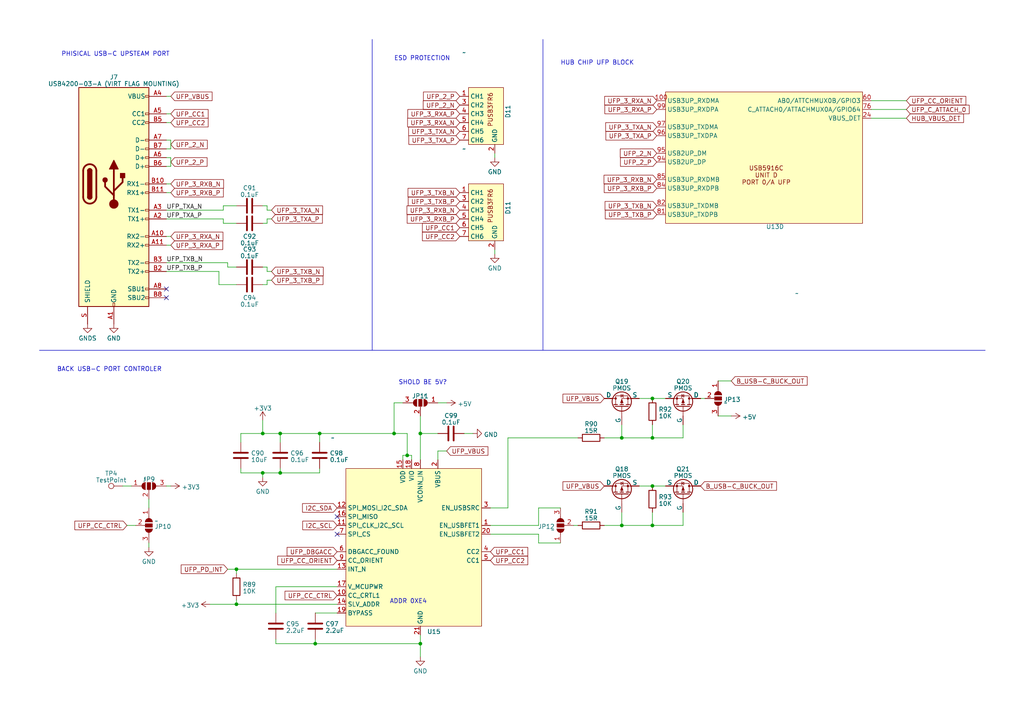
<source format=kicad_sch>
(kicad_sch (version 20230121) (generator eeschema)
  (paper "A4")
  (title_block (title "200W USB PD 3.1 HUB") (date "2023-10-03") (rev "A") (company "MICK MAKE") (comment 1 "THIS IS A 2X 100W USB PD SOURCE ") (comment 2 "HUB USB SPEC 3.1") (comment 3 "TOTAL SYSTEM POWER IS ~275w"))
  (lib_symbols
    (symbol "CARTHING:PTN5100"
      (property "Reference" "U" (at -20.32 24.13 0))
      (symbol "PTN5100_1_1"
        (rectangle (start -21.59 22.86) (end 17.78 -22.86) (fill (type background)))
        (pin output line (at 20.32 6.35 180) (length 2.54) (name "EN_USBFET1") (number "1"))
        (pin input line (at -24.13 -13.97 0) (length 2.54) (name "CC_CRTL1") (number "10"))
        (pin input line (at -24.13 6.35 0) (length 2.54) (name "SPI_CLK_I2C_SCL") (number "11"))
        (pin bidirectional line (at -24.13 11.43 0) (length 2.54) (name "SPI_MOSI_I2C_SDA") (number "12"))
        (pin output line (at -24.13 -6.35 0) (length 2.54) (name "INT_N") (number "13"))
        (pin input line (at -24.13 -16.51 0) (length 2.54) (name "SLV_ADDR") (number "14"))
        (pin power_in line (at -5.08 25.4 270) (length 2.54) (name "VDD") (number "15"))
        (pin output line (at -24.13 8.89 0) (length 2.54) (name "SPI_MISO") (number "16"))
        (pin output line (at -24.13 -11.43 0) (length 2.54) (name "V_MCUPWR") (number "17"))
        (pin power_in line (at -2.54 25.4 270) (length 2.54) (name "VIO") (number "18"))
        (pin unspecified line (at -24.13 -19.05 0) (length 2.54) (name "BYPASS") (number "19"))
        (pin power_in line (at 5.08 25.4 270) (length 2.54) (name "VBUS") (number "2"))
        (pin output line (at 20.32 3.81 180) (length 2.54) (name "EN_USBFET2") (number "20"))
        (pin power_in line (at 0 -25.4 90) (length 2.54) (name "GND") (number "21"))
        (pin output line (at 20.32 11.43 180) (length 2.54) (name "EN_USBSRC") (number "3"))
        (pin bidirectional line (at 20.32 -1.27 180) (length 2.54) (name "CC2") (number "4"))
        (pin bidirectional line (at 20.32 -3.81 180) (length 2.54) (name "CC1") (number "5"))
        (pin output line (at -24.13 -1.27 0) (length 2.54) (name "DBGACC_FOUND") (number "6"))
        (pin input line (at -24.13 3.81 0) (length 2.54) (name "SPI_CS") (number "7"))
        (pin input line (at 0 25.4 270) (length 2.54) (name "VCONN_IN") (number "8"))
        (pin output line (at -24.13 -3.81 0) (length 2.54) (name "CC_ORIENT") (number "9"))
      )
    )
    (symbol "CARTHING:PUSB3FR6"
      (property "Reference" "D" (at -1.27 8.89 0))
      (symbol "PUSB3FR6_1_1"
        (rectangle (start -5.08 7.62) (end 5.08 -8.89) (fill (type background)))
        (text "PUSB3FR6" (at 1.27 1.27 900) (effects (font (size 1.27 1.27))))
        (pin passive line (at -7.62 5.08 0) (length 2.54) (name "CH1") (number "1"))
        (pin power_in line (at 2.54 -11.43 90) (length 2.54) (name "GND") (number "2"))
        (pin passive line (at -7.62 2.54 0) (length 2.54) (name "CH2") (number "3"))
        (pin passive line (at -7.62 0 0) (length 2.54) (name "CH3") (number "4"))
        (pin passive line (at -7.62 -2.54 0) (length 2.54) (name "CH4") (number "5"))
        (pin passive line (at -7.62 -5.08 0) (length 2.54) (name "CH5") (number "6"))
        (pin passive line (at -7.62 -7.62 0) (length 2.54) (name "CH6") (number "7"))
      )
    )
    (symbol "CARTHING:USB5916C"
      (property "Reference" "U13" (at -1.27 12.3919 0))
      (property "Value" "~" (at -7.62 31.75 0))
      (symbol "USB5916C_1_1"
        (rectangle (start -16.51 11.43) (end 13.97 -20.32) (fill (type background)))
        (text "USB5916C\nUNIT A\nPOWER INPUT\n" (at -1.27 1.27 0) (effects (font (size 1.27 1.27))))
        (pin power_in line (at 16.51 8.89 180) (length 2.54) (name "VDD12") (number "10"))
        (pin power_in line (at -1.27 -22.86 90) (length 2.54) (name "VSS/GND") (number "101"))
        (pin power_in line (at 16.51 6.35 180) (length 2.54) (name "VDD12") (number "17"))
        (pin power_in line (at -19.05 8.89 0) (length 2.54) (name "VDD33") (number "2"))
        (pin power_in line (at 16.51 3.81 180) (length 2.54) (name "VDD12") (number "26"))
        (pin power_in line (at -19.05 3.81 0) (length 2.54) (name "VDD33") (number "27"))
        (pin power_in line (at 16.51 1.27 180) (length 2.54) (name "VDD12") (number "32"))
        (pin power_in line (at 16.51 -1.27 180) (length 2.54) (name "VDD12") (number "39"))
        (pin power_in line (at -19.05 1.27 0) (length 2.54) (name "VDD33") (number "42"))
        (pin power_in line (at 16.51 -3.81 180) (length 2.54) (name "VDD12") (number "47"))
        (pin power_in line (at -19.05 6.35 0) (length 2.54) (name "VDD33") (number "5"))
        (pin power_in line (at -19.05 -1.27 0) (length 2.54) (name "VDD33") (number "54"))
        (pin power_in line (at 16.51 -6.35 180) (length 2.54) (name "VDD12") (number "59"))
        (pin power_in line (at -19.05 -3.81 0) (length 2.54) (name "VDD33") (number "64"))
        (pin power_in line (at -19.05 -6.35 0) (length 2.54) (name "VDD33") (number "72"))
        (pin power_in line (at 16.51 -8.89 180) (length 2.54) (name "VDD12") (number "78"))
        (pin power_in line (at 16.51 -11.43 180) (length 2.54) (name "VDD12") (number "83"))
        (pin power_in line (at 16.51 -13.97 180) (length 2.54) (name "VDD12") (number "90"))
        (pin power_in line (at -19.05 -8.89 0) (length 2.54) (name "VDD33") (number "93"))
        (pin power_in line (at 16.51 -16.51 180) (length 2.54) (name "VDD12") (number "98"))
      )
      (symbol "USB5916C_2_1"
        (rectangle (start -26.67 11.43) (end 27.94 -13.97) (fill (type background)))
        (text "USB5916C\nUNIT B\nCONFIG & SUPPORT\n" (at -5.08 -1.27 0) (effects (font (size 1.27 1.27))))
        (pin input line (at -29.21 -8.89 0) (length 2.54) (name "RBAIS") (number "1"))
        (pin input line (at 30.48 -11.43 180) (length 2.54) (name "CFG_STRAP/GPIO12") (number "20"))
        (pin input line (at -29.21 -1.27 0) (length 2.54) (name "TESTEN") (number "23"))
        (pin input line (at -29.21 -3.81 0) (length 2.54) (name "RESET_N") (number "25"))
        (pin input line (at -29.21 8.89 0) (length 2.54) (name "XTALI/CLKIN") (number "3"))
        (pin input line (at -29.21 3.81 0) (length 2.54) (name "XTALO") (number "4"))
        (pin input line (at 30.48 8.89 180) (length 2.54) (name "HOST_TYPE0/GPIO23") (number "53"))
        (pin input line (at 30.48 6.35 180) (length 2.54) (name "HOST_TYPE1/GPIO67") (number "55"))
        (pin unspecified line (at 30.48 -1.27 180) (length 2.54) (name "CC_POL/GPIO71") (number "61"))
        (pin input line (at 30.48 1.27 180) (length 2.54) (name "ALT_MUX_EN/GPIO70") (number "63"))
        (pin input line (at 30.48 -6.35 180) (length 2.54) (name "SUSP_IND/GPIO68") (number "77"))
      )
      (symbol "USB5916C_3_1"
        (rectangle (start -34.29 11.43) (end 27.94 -6.35) (fill (type background)))
        (text "USB5916C\nUNIT C\nCOMMS & GPIO\n" (at 0 0 0) (effects (font (size 1.27 1.27))))
        (pin input line (at 30.48 7.62 180) (length 2.54) (name "SMBDATA/GPIO6/SDA") (number "47"))
        (pin input line (at -36.83 0 0) (length 2.54) (name "SPI_CLK/GPIO4") (number "65"))
        (pin input line (at -36.83 2.54 0) (length 2.54) (name "SPI_DO/GPIO5") (number "66"))
        (pin input line (at -36.83 5.08 0) (length 2.54) (name "SPI_DI/GPIO9/CFG_BC_EN") (number "67"))
        (pin input line (at -36.83 7.62 0) (length 2.54) (name "SPI_CE_N/GPIO7/CFG_NON_REM") (number "68"))
        (pin bidirectional line (at 30.48 0 180) (length 2.54) (name "GPIO69") (number "69"))
        (pin bidirectional line (at 30.48 -2.54 180) (length 2.54) (name "GPIO66") (number "71"))
        (pin input line (at 30.48 5.08 180) (length 2.54) (name "SMBCLK/GPIO8/SCL") (number "75"))
      )
      (symbol "USB5916C_4_1"
        (rectangle (start -26.67 11.43) (end 30.48 -26.67) (fill (type background)))
        (text "USB5916C\nUNIT D\nPORT 0/A UFP\n" (at 1.27 -2.54 0) (effects (font (size 1.27 1.27))))
        (pin unspecified line (at 33.02 -24.13 180) (length 2.54) (name "USB3UP_RXDMA") (number "100"))
        (pin input line (at -29.21 -19.05 0) (length 2.54) (name "VBUS_DET") (number "24"))
        (pin unspecified line (at -29.21 -24.13 0) (length 2.54) (name "AB0/ATTCHMUX0B/GPIO3") (number "60"))
        (pin input line (at -29.21 -21.59 0) (length 2.54) (name "C_ATTACH0/ATTACHMUX0A/GPIO64") (number "76"))
        (pin unspecified line (at 33.02 8.89 180) (length 2.54) (name "USB3UP_TXDPB") (number "81"))
        (pin unspecified line (at 33.02 6.35 180) (length 2.54) (name "USB3UP_TXDMB") (number "82"))
        (pin unspecified line (at 33.02 1.27 180) (length 2.54) (name "USB3UP_RXDPB") (number "84"))
        (pin unspecified line (at 33.02 -1.27 180) (length 2.54) (name "USB3UP_RXDMB") (number "85"))
        (pin unspecified line (at 33.02 -6.35 180) (length 2.54) (name "USB2UP_DP") (number "94"))
        (pin unspecified line (at 33.02 -8.89 180) (length 2.54) (name "USB2UP_DM") (number "95"))
        (pin unspecified line (at 33.02 -13.97 180) (length 2.54) (name "USB3UP_TXDPA") (number "96"))
        (pin unspecified line (at 33.02 -16.51 180) (length 2.54) (name "USB3UP_TXDMA") (number "97"))
        (pin unspecified line (at 33.02 -21.59 180) (length 2.54) (name "USB3UP_RXDPA") (number "99"))
      )
      (symbol "USB5916C_5_1"
        (rectangle (start -25.4 11.43) (end 31.75 -26.67) (fill (type background)))
        (text "USB5916C\nUNIT E\nPORT 1 DFP\n" (at 0 0 0) (effects (font (size 1.27 1.27))))
        (pin unspecified line (at 34.29 1.27 180) (length 2.54) (name "USB3DN_RXDP1A") (number "11"))
        (pin unspecified line (at 34.29 -1.27 180) (length 2.54) (name "USB3DN_RXDM1A") (number "12"))
        (pin unspecified line (at 34.29 -13.97 180) (length 2.54) (name "USB3DN_TXDP1B") (number "15"))
        (pin unspecified line (at 34.29 -16.51 180) (length 2.54) (name "USB3DN_TXDM1B") (number "16"))
        (pin unspecified line (at 34.29 -21.59 180) (length 2.54) (name "USB3DN_RXDP1B") (number "18"))
        (pin unspecified line (at 34.29 -24.13 180) (length 2.54) (name "USB3DN_RXDM1B") (number "19"))
        (pin unspecified line (at -27.94 -24.13 0) (length 2.54) (name "AB1/ATTACHMUX1B/GPIO65") (number "50"))
        (pin unspecified line (at 34.29 -6.35 180) (length 2.54) (name "USB2DN_DP1/PRT_DIS_P1") (number "6"))
        (pin unspecified line (at 34.29 -8.89 180) (length 2.54) (name "USB2DN_DM1/PRT_DIS_M1") (number "7"))
        (pin unspecified line (at -27.94 -19.05 0) (length 2.54) (name "PRT_CTL1/GPIO17") (number "70"))
        (pin input line (at -27.94 -21.59 0) (length 2.54) (name "C_ATTACH1/ATTACHMUX1A/GPIO1") (number "73"))
        (pin unspecified line (at 34.29 8.89 180) (length 2.54) (name "USB3DN_TXDP1A") (number "8"))
        (pin unspecified line (at 34.29 6.35 180) (length 2.54) (name "USB3DN_TXDM1A") (number "9"))
      )
      (symbol "USB5916C_6_1"
        (rectangle (start -17.78 11.43) (end 19.05 -11.43) (fill (type background)))
        (text "USB5916C\nUNIT F\nPORT 2 DFP\n" (at -10.16 0 0) (effects (font (size 1.27 1.27))))
        (pin unspecified line (at 21.59 8.89 180) (length 2.54) (name "USB2DN_DP2/PRT_DIS_P2") (number "28"))
        (pin unspecified line (at 21.59 6.35 180) (length 2.54) (name "USB2DN_DM2/PRT_DIS_M2") (number "29"))
        (pin unspecified line (at 21.59 1.27 180) (length 2.54) (name "USB3DN_TXDP2") (number "30"))
        (pin unspecified line (at 21.59 -1.27 180) (length 2.54) (name "USB3DN_TXDM2") (number "31"))
        (pin unspecified line (at 21.59 -6.35 180) (length 2.54) (name "USB3DN_RXDP2") (number "33"))
        (pin unspecified line (at 21.59 -8.89 180) (length 2.54) (name "USB3DN_RXDM2") (number "34"))
        (pin unspecified line (at -20.32 -8.89 0) (length 2.54) (name "PRT_CTL2/GPIO19") (number "58"))
      )
      (symbol "USB5916C_7_1"
        (rectangle (start -22.86 11.43) (end 24.13 -11.43) (fill (type background)))
        (text "USB5916C\nUNIT G\nPORT 3 DFP\n" (at -5.08 0 0) (effects (font (size 1.27 1.27))))
        (pin unspecified line (at 26.67 8.89 180) (length 2.54) (name "USB2DN_DP3/PRT_DIS_P3") (number "35"))
        (pin unspecified line (at 26.67 6.35 180) (length 2.54) (name "USB2DN_DM3/PRT_DIS_M3") (number "36"))
        (pin unspecified line (at 26.67 1.27 180) (length 2.54) (name "USB3DN_TXDP3") (number "37"))
        (pin unspecified line (at 26.67 -1.27 180) (length 2.54) (name "USB3DN_TXDM3") (number "38"))
        (pin unspecified line (at 26.67 -6.35 180) (length 2.54) (name "USB3DN_RXDP3") (number "40"))
        (pin unspecified line (at 26.67 -8.89 180) (length 2.54) (name "USB3DN_RXDM3") (number "41"))
        (pin unspecified line (at -25.4 -8.89 0) (length 2.54) (name "PRT_CTL3/GANG_PWR/GPIO20") (number "57"))
      )
      (symbol "USB5916C_8_1"
        (rectangle (start -17.78 11.43) (end 19.05 -11.43) (fill (type background)))
        (text "USB5916C\nUNIT H\nPORT 4 DFP\n" (at -10.16 0 0) (effects (font (size 1.27 1.27))))
        (pin unspecified line (at 21.59 8.89 180) (length 2.54) (name "USB2DN_DP4/PRT_DIS_P4") (number "43"))
        (pin unspecified line (at 21.59 6.35 180) (length 2.54) (name "USB2DN_DM4/PRT_DIS_M4") (number "44"))
        (pin unspecified line (at 21.59 1.27 180) (length 2.54) (name "USB3DN_TXDP4") (number "45"))
        (pin unspecified line (at 21.59 -1.27 180) (length 2.54) (name "USB3DN_TXDM4") (number "46"))
        (pin unspecified line (at 21.59 -6.35 180) (length 2.54) (name "USB3DN_RXDP4") (number "48"))
        (pin unspecified line (at 21.59 -8.89 180) (length 2.54) (name "USB3DN_RXDM4") (number "49"))
        (pin unspecified line (at -20.32 -8.89 0) (length 2.54) (name "PRT_CTL4/GPIO21") (number "52"))
      )
      (symbol "USB5916C_9_1"
        (rectangle (start -17.78 11.43) (end 19.05 -11.43) (fill (type background)))
        (text "USB5916C\nUNIT I\nPORT 5 DFP\n" (at -10.16 0 0) (effects (font (size 1.27 1.27))))
        (pin unspecified line (at -20.32 -8.89 0) (length 2.54) (name "PRT_CTL5/GPIO22") (number "51"))
        (pin unspecified line (at 21.59 8.89 180) (length 2.54) (name "USB2DN_D5/PRT_DIS_P5") (number "86"))
        (pin unspecified line (at 21.59 6.35 180) (length 2.54) (name "USB2DN_DM5/PRT_DIS_M5") (number "87"))
        (pin unspecified line (at 21.59 1.27 180) (length 2.54) (name "USB3DN_TXDP5") (number "88"))
        (pin unspecified line (at 21.59 -1.27 180) (length 2.54) (name "USB3DN_TXDM5") (number "89"))
        (pin unspecified line (at 21.59 -6.35 180) (length 2.54) (name "USB3DN_RXDP5") (number "91"))
        (pin unspecified line (at 21.59 -8.89 180) (length 2.54) (name "USB3DN_RXDM5") (number "92"))
      )
      (symbol "USB5916C_10_1"
        (rectangle (start -20.32 11.43) (end 21.59 -1.27) (fill (type background)))
        (text "USB5916C\nUNIT J\nPORT 6 DFP\nUSB2 ONLY\n" (at -12.7 6.35 0) (effects (font (size 1.27 1.27))))
        (pin unspecified line (at 24.13 6.35 180) (length 2.54) (name "USB2DN_DP6/PRT_DIS_P6") (number "13"))
        (pin unspecified line (at 24.13 8.89 180) (length 2.54) (name "USB2DN_DM6/PRT_DIS_M6") (number "14"))
        (pin unspecified line (at 24.13 1.27 180) (length 2.54) (name "PRT_CTL6/GPIO18") (number "62"))
      )
    )
    (symbol "Connector:TestPoint" (pin_numbers hide) (pin_names (offset 0.762) hide)
      (property "Reference" "TP" (at 0 6.858 0))
      (property "Value" "TestPoint" (at 0 5.08 0))
      (symbol "TestPoint_0_1"
        (circle (center 0 3.302) (radius 0.762))
      )
      (symbol "TestPoint_1_1"
        (pin passive line (at 0 0 90) (length 2.54) (name "1") (number "1"))
      )
    )
    (symbol "Connector:USB_C_Receptacle" (pin_names (offset 1.016))
      (property "Reference" "J7" (at 0 30.9499 0))
      (property "Value" "USB4200-03-A (VIRT FLAG MOUNTING)" (at 0 29.0289 0))
      (symbol "USB_C_Receptacle_0_0"
        (rectangle (start -0.254 -35.56) (end 0.254 -34.544))
        (rectangle (start 10.16 -32.766) (end 9.144 -33.274))
        (rectangle (start 10.16 -30.226) (end 9.144 -30.734))
        (rectangle (start 10.16 -25.146) (end 9.144 -25.654))
        (rectangle (start 10.16 -22.606) (end 9.144 -23.114))
        (rectangle (start 10.16 -17.526) (end 9.144 -18.034))
        (rectangle (start 10.16 -14.986) (end 9.144 -15.494))
        (rectangle (start 10.16 -9.906) (end 9.144 -10.414))
        (rectangle (start 10.16 -7.366) (end 9.144 -7.874))
        (rectangle (start 10.16 -2.286) (end 9.144 -2.794))
        (rectangle (start 10.16 0.254) (end 9.144 -0.254))
        (rectangle (start 10.16 5.334) (end 9.144 4.826))
        (rectangle (start 10.16 7.874) (end 9.144 7.366))
        (rectangle (start 10.16 10.414) (end 9.144 9.906))
        (rectangle (start 10.16 12.954) (end 9.144 12.446))
        (rectangle (start 10.16 18.034) (end 9.144 17.526))
        (rectangle (start 10.16 20.574) (end 9.144 20.066))
        (rectangle (start 10.16 25.654) (end 9.144 25.146))
      )
      (symbol "USB_C_Receptacle_0_1"
        (rectangle (start -10.16 27.94) (end 10.16 -35.56) (stroke (width 0.254)) (fill (type background)))
        (arc (start -8.89 -3.81) (mid -6.985 -5.7067) (end -5.08 -3.81) (stroke (width 0.508)))
        (arc (start -7.62 -3.81) (mid -6.985 -4.4423) (end -6.35 -3.81) (stroke (width 0.254)))
        (arc (start -7.62 -3.81) (mid -6.985 -4.4423) (end -6.35 -3.81) (stroke (width 0.254)) (fill (type outline)))
        (rectangle (start -7.62 -3.81) (end -6.35 3.81) (stroke (width 0.254)) (fill (type outline)))
        (arc (start -6.35 3.81) (mid -6.985 4.4423) (end -7.62 3.81) (stroke (width 0.254)))
        (arc (start -6.35 3.81) (mid -6.985 4.4423) (end -7.62 3.81) (stroke (width 0.254)) (fill (type outline)))
        (arc (start -5.08 3.81) (mid -6.985 5.7067) (end -8.89 3.81) (stroke (width 0.508)))
        (polyline (pts (xy -8.89 -3.81) (xy -8.89 3.81)) (stroke (width 0.508)))
        (polyline (pts (xy -5.08 3.81) (xy -5.08 -3.81)) (stroke (width 0.508)))
      )
      (symbol "USB_C_Receptacle_1_1"
        (circle (center -2.54 1.143) (radius 0.635) (stroke (width 0.254)) (fill (type outline)))
        (circle (center 0 -5.842) (radius 1.27) (fill (type outline)))
        (polyline (pts (xy 0 -5.842) (xy 0 4.318)) (stroke (width 0.508)))
        (polyline (pts (xy 0 -3.302) (xy -2.54 -0.762) (xy -2.54 0.508)) (stroke (width 0.508)))
        (polyline (pts (xy 0 -2.032) (xy 2.54 0.508) (xy 2.54 1.778)) (stroke (width 0.508)))
        (polyline (pts (xy -1.27 4.318) (xy 0 6.858) (xy 1.27 4.318) (xy -1.27 4.318)) (stroke (width 0.254)) (fill (type outline)))
        (rectangle (start 1.905 1.778) (end 3.175 3.048) (stroke (width 0.254)) (fill (type outline)))
        (pin passive line (at 0 -40.64 90) (length 5.08) (name "GND") (number "A1"))
        (pin bidirectional line (at 15.24 -15.24 180) (length 5.08) (name "RX2-") (number "A10"))
        (pin bidirectional line (at 15.24 -17.78 180) (length 5.08) (name "RX2+") (number "A11"))
        (pin passive line (at 0 -40.64 90) (length 5.08) hide (name "GND") (number "A12"))
        (pin bidirectional line (at 15.24 -10.16 180) (length 5.08) (name "TX1+") (number "A2"))
        (pin bidirectional line (at 15.24 -7.62 180) (length 5.08) (name "TX1-") (number "A3"))
        (pin passive line (at 15.24 25.4 180) (length 5.08) (name "VBUS") (number "A4"))
        (pin bidirectional line (at 15.24 20.32 180) (length 5.08) (name "CC1") (number "A5"))
        (pin bidirectional line (at 15.24 7.62 180) (length 5.08) (name "D+") (number "A6"))
        (pin bidirectional line (at 15.24 12.7 180) (length 5.08) (name "D-") (number "A7"))
        (pin bidirectional line (at 15.24 -30.48 180) (length 5.08) (name "SBU1") (number "A8"))
        (pin passive line (at 15.24 25.4 180) (length 5.08) hide (name "VBUS") (number "A9"))
        (pin passive line (at 0 -40.64 90) (length 5.08) hide (name "GND") (number "B1"))
        (pin bidirectional line (at 15.24 0 180) (length 5.08) (name "RX1-") (number "B10"))
        (pin bidirectional line (at 15.24 -2.54 180) (length 5.08) (name "RX1+") (number "B11"))
        (pin passive line (at 0 -40.64 90) (length 5.08) hide (name "GND") (number "B12"))
        (pin bidirectional line (at 15.24 -25.4 180) (length 5.08) (name "TX2+") (number "B2"))
        (pin bidirectional line (at 15.24 -22.86 180) (length 5.08) (name "TX2-") (number "B3"))
        (pin passive line (at 15.24 25.4 180) (length 5.08) hide (name "VBUS") (number "B4"))
        (pin bidirectional line (at 15.24 17.78 180) (length 5.08) (name "CC2") (number "B5"))
        (pin bidirectional line (at 15.24 5.08 180) (length 5.08) (name "D+") (number "B6"))
        (pin bidirectional line (at 15.24 10.16 180) (length 5.08) (name "D-") (number "B7"))
        (pin bidirectional line (at 15.24 -33.02 180) (length 5.08) (name "SBU2") (number "B8"))
        (pin passive line (at 15.24 25.4 180) (length 5.08) hide (name "VBUS") (number "B9"))
        (pin passive line (at -7.62 -40.64 90) (length 5.08) (name "SHIELD") (number "S"))
      )
    )
    (symbol "Device:C" (pin_numbers hide) (pin_names (offset 0.254))
      (property "Reference" "C" (at 0.635 2.54 0))
      (property "Value" "C" (at 0.635 -2.54 0))
      (symbol "C_0_1"
        (polyline (pts (xy -2.032 -0.762) (xy 2.032 -0.762)) (stroke (width 0.508)))
        (polyline (pts (xy -2.032 0.762) (xy 2.032 0.762)) (stroke (width 0.508)))
      )
      (symbol "C_1_1"
        (pin passive line (at 0 3.81 270) (length 2.794) (name "~") (number "1"))
        (pin passive line (at 0 -3.81 90) (length 2.794) (name "~") (number "2"))
      )
    )
    (symbol "Device:R" (pin_numbers hide) (pin_names (offset 0))
      (property "Reference" "R" (at 2.032 0 90))
      (property "Value" "R" (at 0 0 90))
      (symbol "R_0_1"
        (rectangle (start -1.016 -2.54) (end 1.016 2.54) (stroke (width 0.254)))
      )
      (symbol "R_1_1"
        (pin passive line (at 0 3.81 270) (length 1.27) (name "~") (number "1"))
        (pin passive line (at 0 -3.81 90) (length 1.27) (name "~") (number "2"))
      )
    )
    (symbol "Jumper:SolderJumper_3_Open" (pin_names (offset 0) hide)
      (property "Reference" "JP" (at -2.54 -2.54 0))
      (property "Value" "SolderJumper_3_Open" (at 0 2.794 0))
      (symbol "SolderJumper_3_Open_0_1"
        (arc (start -1.016 1.016) (mid -2.0276 0) (end -1.016 -1.016))
        (arc (start -1.016 1.016) (mid -2.0276 0) (end -1.016 -1.016) (fill (type outline)))
        (rectangle (start -0.508 1.016) (end 0.508 -1.016) (fill (type outline)))
        (polyline (pts (xy -2.54 0) (xy -2.032 0)))
        (polyline (pts (xy -1.016 1.016) (xy -1.016 -1.016)))
        (polyline (pts (xy 0 -1.27) (xy 0 -1.016)))
        (polyline (pts (xy 1.016 1.016) (xy 1.016 -1.016)))
        (polyline (pts (xy 2.54 0) (xy 2.032 0)))
        (arc (start 1.016 -1.016) (mid 2.0276 0) (end 1.016 1.016))
        (arc (start 1.016 -1.016) (mid 2.0276 0) (end 1.016 1.016) (fill (type outline)))
      )
      (symbol "SolderJumper_3_Open_1_1"
        (pin passive line (at -5.08 0 0) (length 2.54) (name "A") (number "1"))
        (pin passive line (at 0 -3.81 90) (length 2.54) (name "C") (number "2"))
        (pin passive line (at 5.08 0 180) (length 2.54) (name "B") (number "3"))
      )
    )
    (symbol "Simulation_SPICE:PMOS" (pin_numbers hide) (pin_names (offset 0))
      (property "Reference" "Q22" (at 7.4549 0 90))
      (property "Value" "PMOS" (at 5.5339 0 90))
      (symbol "PMOS_0_1"
        (polyline (pts (xy 0.254 0) (xy -2.54 0)))
        (polyline (pts (xy 0.254 1.905) (xy 0.254 -1.905)) (stroke (width 0.254)))
        (polyline (pts (xy 0.762 -1.27) (xy 0.762 -2.286)) (stroke (width 0.254)))
        (polyline (pts (xy 0.762 0.508) (xy 0.762 -0.508)) (stroke (width 0.254)))
        (polyline (pts (xy 0.762 2.286) (xy 0.762 1.27)) (stroke (width 0.254)))
        (polyline (pts (xy 2.54 2.54) (xy 2.54 1.778)))
        (polyline (pts (xy 2.54 -2.54) (xy 2.54 0) (xy 0.762 0)))
        (polyline (pts (xy 0.762 1.778) (xy 3.302 1.778) (xy 3.302 -1.778) (xy 0.762 -1.778)))
        (polyline (pts (xy 2.286 0) (xy 1.27 0.381) (xy 1.27 -0.381) (xy 2.286 0)) (fill (type outline)))
        (polyline (pts (xy 2.794 -0.508) (xy 2.921 -0.381) (xy 3.683 -0.381) (xy 3.81 -0.254)))
        (polyline (pts (xy 3.302 -0.381) (xy 2.921 0.254) (xy 3.683 0.254) (xy 3.302 -0.381)))
        (circle (center 1.651 0) (radius 2.794) (stroke (width 0.254)))
        (circle (center 2.54 -1.778) (radius 0.254) (fill (type outline)))
        (circle (center 2.54 1.778) (radius 0.254) (fill (type outline)))
      )
      (symbol "PMOS_1_1"
        (pin passive line (at 2.54 5.08 270) (length 2.54) (name "D") (number "1"))
        (pin passive line (at 2.54 5.08 270) (length 2.54) (name "D") (number "2"))
        (pin input line (at -5.08 0 0) (length 2.54) (name "G") (number "3"))
        (pin passive line (at 2.54 -5.08 90) (length 2.54) (name "S") (number "4"))
        (pin passive line (at 2.54 5.08 270) (length 2.54) (name "D") (number "5"))
        (pin passive line (at 2.54 5.08 270) (length 2.54) (name "D") (number "6"))
        (pin passive line (at 2.54 5.08 270) (length 2.54) (name "D") (number "7"))
        (pin passive line (at 2.54 -5.08 90) (length 2.54) (name "S") (number "8"))
      )
    )
    (symbol "power:+3V3" (power) (pin_names (offset 0))
      (property "Value" "+3V3" (at 0 3.556 0))
      (symbol "+3V3_0_1"
        (polyline (pts (xy -0.762 1.27) (xy 0 2.54)))
        (polyline (pts (xy 0 0) (xy 0 2.54)))
        (polyline (pts (xy 0 2.54) (xy 0.762 1.27)))
      )
      (symbol "+3V3_1_1"
        (pin power_in line (at 0 0 90) (length 0) hide (name "+3V3") (number "1"))
      )
    )
    (symbol "power:+5V" (power) (pin_names (offset 0))
      (property "Value" "+5V" (at 0 3.556 0))
      (symbol "+5V_0_1"
        (polyline (pts (xy -0.762 1.27) (xy 0 2.54)))
        (polyline (pts (xy 0 0) (xy 0 2.54)))
        (polyline (pts (xy 0 2.54) (xy 0.762 1.27)))
      )
      (symbol "+5V_1_1"
        (pin power_in line (at 0 0 90) (length 0) hide (name "+5V") (number "1"))
      )
    )
    (symbol "power:GND" (power) (pin_names (offset 0))
      (property "Value" "GND" (at 0 -3.81 0))
      (symbol "GND_0_1"
        (polyline (pts (xy 0 0) (xy 0 -1.27) (xy 1.27 -1.27) (xy 0 -2.54) (xy -1.27 -1.27) (xy 0 -1.27)))
      )
      (symbol "GND_1_1"
        (pin power_in line (at 0 0 270) (length 0) hide (name "GND") (number "1"))
      )
    )
    (symbol "power:GNDS" (power) (pin_names (offset 0))
      (property "Value" "GNDS" (at 0 -3.81 0))
      (symbol "GNDS_0_1"
        (polyline (pts (xy 0 0) (xy 0 -1.27) (xy 1.27 -1.27) (xy 0 -2.54) (xy -1.27 -1.27) (xy 0 -1.27)))
      )
      (symbol "GNDS_1_1"
        (pin power_in line (at 0 0 270) (length 0) hide (name "GNDS") (number "1"))
      )
    )
  )
  (junction (at 180.34 152.4))
  (junction (at 81.28 125.73))
  (junction (at 121.92 125.73))
  (junction (at 121.92 186.69))
  (junction (at 189.23 140.97))
  (junction (at 180.34 127))
  (junction (at 189.23 152.4))
  (junction (at 114.3 125.73))
  (junction (at 92.71 125.73))
  (junction (at 68.58 165.1))
  (junction (at 189.23 115.57))
  (junction (at 189.23 127))
  (junction (at 76.2 125.73))
  (junction (at 76.2 137.16))
  (junction (at 91.44 186.69))
  (junction (at 68.58 175.26))
  (junction (at 118.11 132.08))
  (junction (at 81.28 137.16))
  (no_connect (at 97.79 154.94))
  (no_connect (at 97.79 149.86))
  (no_connect (at 48.26 86.36))
  (no_connect (at 48.26 83.82))
  (wire (pts (xy 91.44 177.8) (xy 97.79 177.8)))
  (wire (pts (xy 77.47 78.74) (xy 78.74 78.74)))
  (wire (pts (xy 68.58 165.1) (xy 97.79 165.1)))
  (wire (pts (xy 189.23 123.19) (xy 189.23 127)))
  (wire (pts (xy 66.04 76.2) (xy 66.04 77.47)))
  (wire (pts (xy 77.47 77.47) (xy 77.47 78.74)))
  (wire (pts (xy 252.73 29.21) (xy 262.89 29.21)))
  (wire (pts (xy 48.26 53.34) (xy 49.53 53.34)))
  (wire (pts (xy 252.73 34.29) (xy 262.89 34.29)))
  (wire (pts (xy 118.11 132.08) (xy 116.84 132.08)))
  (wire (pts (xy 76.2 121.92) (xy 76.2 125.73)))
  (wire (pts (xy 180.34 148.59) (xy 180.34 152.4)))
  (wire (pts (xy 49.53 43.18) (xy 48.26 43.18)))
  (wire (pts (xy 189.23 148.59) (xy 189.23 152.4)))
  (wire (pts (xy 80.01 185.42) (xy 80.01 186.69)))
  (wire (pts (xy 127 133.35) (xy 127 130.81)))
  (wire (pts (xy 185.42 140.97) (xy 189.23 140.97)))
  (wire (pts (xy 81.28 125.73) (xy 92.71 125.73)))
  (wire (pts (xy 69.85 137.16) (xy 76.2 137.16)))
  (wire (pts (xy 189.23 152.4) (xy 180.34 152.4)))
  (wire (pts (xy 48.26 68.58) (xy 49.53 68.58)))
  (wire (pts (xy 175.26 127) (xy 180.34 127)))
  (wire (pts (xy 180.34 152.4) (xy 175.26 152.4)))
  (wire (pts (xy 48.26 27.94) (xy 49.53 27.94)))
  (wire (pts (xy 48.26 40.64) (xy 49.53 40.64)))
  (wire (pts (xy 185.42 115.57) (xy 189.23 115.57)))
  (wire (pts (xy 147.32 127) (xy 167.64 127)))
  (wire (pts (xy 48.26 55.88) (xy 49.53 55.88)))
  (wire (pts (xy 77.47 60.96) (xy 78.74 60.96)))
  (wire (pts (xy 48.26 140.97) (xy 49.53 140.97)))
  (wire (pts (xy 66.04 77.47) (xy 68.58 77.47)))
  (wire (pts (xy 116.84 132.08) (xy 116.84 133.35)))
  (wire (pts (xy 80.01 186.69) (xy 91.44 186.69)))
  (wire (pts (xy 142.24 147.32) (xy 147.32 147.32)))
  (wire (pts (xy 48.26 76.2) (xy 66.04 76.2)))
  (wire (pts (xy 114.3 116.84) (xy 114.3 125.73)))
  (wire (pts (xy 92.71 137.16) (xy 92.71 135.89)))
  (wire (pts (xy 69.85 125.73) (xy 76.2 125.73)))
  (wire (pts (xy 80.01 170.18) (xy 97.79 170.18)))
  (wire (pts (xy 36.83 152.4) (xy 39.37 152.4)))
  (wire (pts (xy 116.84 116.84) (xy 114.3 116.84)))
  (wire (pts (xy 198.12 152.4) (xy 189.23 152.4)))
  (wire (pts (xy 156.21 152.4) (xy 156.21 147.32)))
  (wire (pts (xy 60.96 175.26) (xy 68.58 175.26)))
  (wire (pts (xy 76.2 137.16) (xy 76.2 138.43)))
  (wire (pts (xy 64.77 60.96) (xy 64.77 59.69)))
  (wire (pts (xy 76.2 59.69) (xy 77.47 59.69)))
  (wire (pts (xy 121.92 125.73) (xy 127 125.73)))
  (wire (pts (xy 48.26 71.12) (xy 49.53 71.12)))
  (wire (pts (xy 121.92 184.15) (xy 121.92 186.69)))
  (wire (pts (xy 119.38 133.35) (xy 119.38 132.08)))
  (wire (pts (xy 77.47 63.5) (xy 78.74 63.5)))
  (wire (pts (xy 142.24 154.94) (xy 156.21 154.94)))
  (wire (pts (xy 156.21 147.32) (xy 162.56 147.32)))
  (wire (pts (xy 92.71 125.73) (xy 114.3 125.73)))
  (wire (pts (xy 142.24 152.4) (xy 156.21 152.4)))
  (wire (pts (xy 143.51 44.45) (xy 143.51 45.72)))
  (wire (pts (xy 252.73 31.75) (xy 262.89 31.75)))
  (wire (pts (xy 121.92 120.65) (xy 121.92 125.73)))
  (wire (pts (xy 49.53 45.72) (xy 49.53 48.26)))
  (wire (pts (xy 81.28 137.16) (xy 92.71 137.16)))
  (wire (pts (xy 68.58 175.26) (xy 97.79 175.26)))
  (wire (pts (xy 114.3 125.73) (xy 118.11 125.73)))
  (wire (pts (xy 80.01 177.8) (xy 80.01 170.18)))
  (wire (pts (xy 76.2 137.16) (xy 81.28 137.16)))
  (wire (pts (xy 156.21 154.94) (xy 156.21 157.48)))
  (wire (pts (xy 49.53 48.26) (xy 48.26 48.26)))
  (wire (pts (xy 121.92 186.69) (xy 121.92 190.5)))
  (wire (pts (xy 208.28 120.65) (xy 212.09 120.65)))
  (polyline (pts (xy 11.43 101.6) (xy 285.75 101.6)))
  (wire (pts (xy 91.44 185.42) (xy 91.44 186.69)))
  (wire (pts (xy 134.62 125.73) (xy 137.16 125.73)))
  (wire (pts (xy 76.2 125.73) (xy 81.28 125.73)))
  (wire (pts (xy 76.2 82.55) (xy 77.47 82.55)))
  (wire (pts (xy 43.18 157.48) (xy 43.18 158.75)))
  (wire (pts (xy 68.58 165.1) (xy 68.58 166.37)))
  (wire (pts (xy 118.11 125.73) (xy 118.11 132.08)))
  (wire (pts (xy 77.47 64.77) (xy 77.47 63.5)))
  (wire (pts (xy 48.26 78.74) (xy 63.5 78.74)))
  (wire (pts (xy 76.2 64.77) (xy 77.47 64.77)))
  (wire (pts (xy 69.85 128.27) (xy 69.85 125.73)))
  (wire (pts (xy 48.26 35.56) (xy 49.53 35.56)))
  (wire (pts (xy 208.28 110.49) (xy 212.09 110.49)))
  (wire (pts (xy 189.23 115.57) (xy 193.04 115.57)))
  (wire (pts (xy 77.47 59.69) (xy 77.47 60.96)))
  (wire (pts (xy 121.92 125.73) (xy 121.92 133.35)))
  (wire (pts (xy 143.51 72.39) (xy 143.51 73.66)))
  (wire (pts (xy 203.2 115.57) (xy 204.47 115.57)))
  (wire (pts (xy 180.34 127) (xy 189.23 127)))
  (wire (pts (xy 156.21 157.48) (xy 162.56 157.48)))
  (wire (pts (xy 198.12 148.59) (xy 198.12 152.4)))
  (wire (pts (xy 68.58 173.99) (xy 68.58 175.26)))
  (wire (pts (xy 49.53 40.64) (xy 49.53 43.18)))
  (wire (pts (xy 35.56 140.97) (xy 38.1 140.97)))
  (wire (pts (xy 77.47 82.55) (xy 77.47 81.28)))
  (wire (pts (xy 48.26 60.96) (xy 64.77 60.96)))
  (wire (pts (xy 77.47 81.28) (xy 78.74 81.28)))
  (wire (pts (xy 64.77 59.69) (xy 68.58 59.69)))
  (wire (pts (xy 81.28 125.73) (xy 81.28 128.27)))
  (wire (pts (xy 198.12 127) (xy 198.12 123.19)))
  (wire (pts (xy 69.85 135.89) (xy 69.85 137.16)))
  (wire (pts (xy 189.23 127) (xy 198.12 127)))
  (wire (pts (xy 180.34 123.19) (xy 180.34 127)))
  (polyline (pts (xy 107.95 11.43) (xy 107.95 101.6)))
  (wire (pts (xy 48.26 33.02) (xy 49.53 33.02)))
  (wire (pts (xy 66.04 165.1) (xy 68.58 165.1)))
  (wire (pts (xy 76.2 77.47) (xy 77.47 77.47)))
  (wire (pts (xy 166.37 152.4) (xy 167.64 152.4)))
  (wire (pts (xy 43.18 144.78) (xy 43.18 147.32)))
  (wire (pts (xy 64.77 64.77) (xy 68.58 64.77)))
  (wire (pts (xy 127 116.84) (xy 129.54 116.84)))
  (wire (pts (xy 189.23 140.97) (xy 193.04 140.97)))
  (wire (pts (xy 63.5 82.55) (xy 68.58 82.55)))
  (polyline (pts (xy 157.48 11.43) (xy 157.48 101.6)))
  (wire (pts (xy 147.32 147.32) (xy 147.32 127)))
  (wire (pts (xy 92.71 125.73) (xy 92.71 128.27)))
  (wire (pts (xy 127 130.81) (xy 129.54 130.81)))
  (wire (pts (xy 48.26 45.72) (xy 49.53 45.72)))
  (wire (pts (xy 119.38 132.08) (xy 118.11 132.08)))
  (wire (pts (xy 48.26 63.5) (xy 64.77 63.5)))
  (wire (pts (xy 63.5 78.74) (xy 63.5 82.55)))
  (wire (pts (xy 91.44 186.69) (xy 121.92 186.69)))
  (wire (pts (xy 64.77 63.5) (xy 64.77 64.77)))
  (wire (pts (xy 81.28 135.89) (xy 81.28 137.16)))
  (text "ESD PROTECTION" (at 114.3 17.78 0) (effects (font (size 1.27 1.27)) (justify left bottom)))
  (text "ADDR 0XE4" (at 113.03 175.26 0) (effects (font (size 1.27 1.27)) (justify left bottom)))
  (text "SHOLD BE 5V?" (at 115.57 111.76 0) (effects (font (size 1.27 1.27)) (justify left bottom)))
  (text "PHISICAL USB-C UPSTEAM PORT" (at 17.78 16.51 0) (effects (font (size 1.27 1.27)) (justify left bottom)))
  (text "BACK USB-C PORT CONTROLER" (at 16.51 107.95 0) (effects (font (size 1.27 1.27)) (justify left bottom)))
  (text "HUB CHIP UFP BLOCK" (at 162.56 19.05 0) (effects (font (size 1.27 1.27)) (justify left bottom)))
  (label "UFP_TXA_N" (at 48.26 60.96 0))
  (label "UFP_TXB_N" (at 48.26 76.2 0))
  (label "UFP_TXA_P" (at 48.26 63.5 0))
  (label "UFP_TXB_P" (at 48.26 78.74 0))
  (global_label "UFP_3_TXB_N" (shape input) (at 133.35 55.88 180) (property "Intersheetrefs" "${INTERSHEET_REFS}" (effects hide)))
  (global_label "UFP_2_N" (shape input) (at 49.53 41.91 0) (property "Intersheetrefs" "${INTERSHEET_REFS}" (effects hide)))
  (global_label "UFP_PD_INT" (shape input) (at 66.04 165.1 180) (property "Intersheetrefs" "${INTERSHEET_REFS}" (effects hide)))
  (global_label "UFP_CC_ORIENT" (shape input) (at 262.89 29.21 0) (property "Intersheetrefs" "${INTERSHEET_REFS}" (effects hide)))
  (global_label "UFP_2_P" (shape input) (at 133.35 27.94 180) (property "Intersheetrefs" "${INTERSHEET_REFS}" (effects hide)))
  (global_label "UFP_2_P" (shape input) (at 49.53 46.99 0) (property "Intersheetrefs" "${INTERSHEET_REFS}" (effects hide)))
  (global_label "B_USB-C_BUCK_OUT" (shape input) (at 212.09 110.49 0) (property "Intersheetrefs" "${INTERSHEET_REFS}" (effects hide)))
  (global_label "UFP_C_ATTACH_0" (shape input) (at 262.89 31.75 0) (property "Intersheetrefs" "${INTERSHEET_REFS}" (effects hide)))
  (global_label "UFP_CC1" (shape input) (at 49.53 33.02 0) (property "Intersheetrefs" "${INTERSHEET_REFS}" (effects hide)))
  (global_label "UFP_2_N" (shape input) (at 133.35 30.48 180) (property "Intersheetrefs" "${INTERSHEET_REFS}" (effects hide)))
  (global_label "UFP_VBUS" (shape input) (at 175.26 140.97 180) (property "Intersheetrefs" "${INTERSHEET_REFS}" (effects hide)))
  (global_label "UFP_3_TXA_N" (shape input) (at 78.74 60.96 0) (property "Intersheetrefs" "${INTERSHEET_REFS}" (effects hide)))
  (global_label "UFP_3_TXA_P" (shape input) (at 133.35 40.64 180) (property "Intersheetrefs" "${INTERSHEET_REFS}" (effects hide)))
  (global_label "UFP_3_TXB_N" (shape input) (at 78.74 78.74 0) (property "Intersheetrefs" "${INTERSHEET_REFS}" (effects hide)))
  (global_label "HUB_VBUS_DET" (shape input) (at 262.89 34.29 0) (property "Intersheetrefs" "${INTERSHEET_REFS}" (effects hide)))
  (global_label "UFP_3_TXB_N" (shape input) (at 190.5 59.69 180) (property "Intersheetrefs" "${INTERSHEET_REFS}" (effects hide)))
  (global_label "UFP_CC_CTRL" (shape input) (at 97.79 172.72 180) (property "Intersheetrefs" "${INTERSHEET_REFS}" (effects hide)))
  (global_label "UFP_3_TXB_P" (shape input) (at 133.35 58.42 180) (property "Intersheetrefs" "${INTERSHEET_REFS}" (effects hide)))
  (global_label "UFP_3_RXA_P" (shape input) (at 133.35 33.02 180) (property "Intersheetrefs" "${INTERSHEET_REFS}" (effects hide)))
  (global_label "UFP_CC1" (shape input) (at 133.35 66.04 180) (property "Intersheetrefs" "${INTERSHEET_REFS}" (effects hide)))
  (global_label "I2C_SCL" (shape input) (at 97.79 152.4 180) (property "Intersheetrefs" "${INTERSHEET_REFS}" (effects hide)))
  (global_label "UFP_3_RXB_N" (shape input) (at 49.53 53.34 0) (property "Intersheetrefs" "${INTERSHEET_REFS}" (effects hide)))
  (global_label "UFP_3_RXA_N" (shape input) (at 190.5 29.21 180) (property "Intersheetrefs" "${INTERSHEET_REFS}" (effects hide)))
  (global_label "UFP_VBUS" (shape input) (at 129.54 130.81 0) (property "Intersheetrefs" "${INTERSHEET_REFS}" (effects hide)))
  (global_label "UFP_DBGACC" (shape input) (at 97.79 160.02 180) (property "Intersheetrefs" "${INTERSHEET_REFS}" (effects hide)))
  (global_label "UFP_CC1" (shape input) (at 142.24 160.02 0) (property "Intersheetrefs" "${INTERSHEET_REFS}" (effects hide)))
  (global_label "UFP_CC_CTRL" (shape input) (at 36.83 152.4 180) (property "Intersheetrefs" "${INTERSHEET_REFS}" (effects hide)))
  (global_label "UFP_3_RXA_N" (shape input) (at 133.35 35.56 180) (property "Intersheetrefs" "${INTERSHEET_REFS}" (effects hide)))
  (global_label "UFP_2_N" (shape input) (at 190.5 44.45 180) (property "Intersheetrefs" "${INTERSHEET_REFS}" (effects hide)))
  (global_label "UFP_VBUS" (shape input) (at 49.53 27.94 0) (property "Intersheetrefs" "${INTERSHEET_REFS}" (effects hide)))
  (global_label "UFP_3_TXB_P" (shape input) (at 190.5 62.23 180) (property "Intersheetrefs" "${INTERSHEET_REFS}" (effects hide)))
  (global_label "UFP_3_TXA_N" (shape input) (at 133.35 38.1 180) (property "Intersheetrefs" "${INTERSHEET_REFS}" (effects hide)))
  (global_label "UFP_3_RXB_P" (shape input) (at 49.53 55.88 0) (property "Intersheetrefs" "${INTERSHEET_REFS}" (effects hide)))
  (global_label "UFP_CC2" (shape input) (at 142.24 162.56 0) (property "Intersheetrefs" "${INTERSHEET_REFS}" (effects hide)))
  (global_label "UFP_CC2" (shape input) (at 133.35 68.58 180) (property "Intersheetrefs" "${INTERSHEET_REFS}" (effects hide)))
  (global_label "UFP_VBUS" (shape input) (at 175.26 115.57 180) (property "Intersheetrefs" "${INTERSHEET_REFS}" (effects hide)))
  (global_label "UFP_3_RXB_P" (shape input) (at 190.5 54.61 180) (property "Intersheetrefs" "${INTERSHEET_REFS}" (effects hide)))
  (global_label "B_USB-C_BUCK_OUT" (shape input) (at 203.2 140.97 0) (property "Intersheetrefs" "${INTERSHEET_REFS}" (effects hide)))
  (global_label "UFP_3_TXA_P" (shape input) (at 190.5 39.37 180) (property "Intersheetrefs" "${INTERSHEET_REFS}" (effects hide)))
  (global_label "UFP_3_RXB_N" (shape input) (at 133.35 60.96 180) (property "Intersheetrefs" "${INTERSHEET_REFS}" (effects hide)))
  (global_label "UFP_CC_ORIENT" (shape input) (at 97.79 162.56 180) (property "Intersheetrefs" "${INTERSHEET_REFS}" (effects hide)))
  (global_label "UFP_3_RXA_P" (shape input) (at 49.53 71.12 0) (property "Intersheetrefs" "${INTERSHEET_REFS}" (effects hide)))
  (global_label "UFP_3_RXA_P" (shape input) (at 190.5 31.75 180) (property "Intersheetrefs" "${INTERSHEET_REFS}" (effects hide)))
  (global_label "UFP_3_RXB_N" (shape input) (at 190.5 52.07 180) (property "Intersheetrefs" "${INTERSHEET_REFS}" (effects hide)))
  (global_label "UFP_3_TXA_N" (shape input) (at 190.5 36.83 180) (property "Intersheetrefs" "${INTERSHEET_REFS}" (effects hide)))
  (global_label "UFP_3_RXB_P" (shape input) (at 133.35 63.5 180) (property "Intersheetrefs" "${INTERSHEET_REFS}" (effects hide)))
  (global_label "I2C_SDA" (shape input) (at 97.79 147.32 180) (property "Intersheetrefs" "${INTERSHEET_REFS}" (effects hide)))
  (global_label "UFP_3_TXA_P" (shape input) (at 78.74 63.5 0) (property "Intersheetrefs" "${INTERSHEET_REFS}" (effects hide)))
  (global_label "UFP_CC2" (shape input) (at 49.53 35.56 0) (property "Intersheetrefs" "${INTERSHEET_REFS}" (effects hide)))
  (global_label "UFP_3_TXB_P" (shape input) (at 78.74 81.28 0) (property "Intersheetrefs" "${INTERSHEET_REFS}" (effects hide)))
  (global_label "UFP_2_P" (shape input) (at 190.5 46.99 180) (property "Intersheetrefs" "${INTERSHEET_REFS}" (effects hide)))
  (global_label "UFP_3_RXA_N" (shape input) (at 49.53 68.58 0) (property "Intersheetrefs" "${INTERSHEET_REFS}" (effects hide)))
  (symbol (lib_id "Jumper:SolderJumper_3_Open") (at 162.56 152.4 90) (unit 1)
    (property "Reference" "JP12" (at 160.9091 152.7168 90) (effects (justify left)))
    (property "Value" "~" (at 160.909 153.6773 90) (effects (justify left)))
    (property "Footprint" "Jumper:SolderJumper-3_P1.3mm_Open_RoundedPad1.0x1.5mm_NumberLabels" (effects hide))
  )
  (symbol (lib_id "power:GND") (at 137.16 125.73 90) (unit 1)
    (property "Reference" "#PWR0115" (effects hide))
    (property "Value" "GND" (at 140.335 126.0468 90) (effects (justify right)))
  )
  (symbol (lib_id "Device:C") (at 80.01 181.61 0) (unit 1)
    (property "Reference" "C95" (at 82.931 180.9663 0) (effects (justify left)))
    (property "Value" "2.2uF" (at 82.931 182.8873 0) (effects (justify left)))
    (property "Footprint" "Capacitor_SMD:C_0603_1608Metric" (effects hide))
  )
  (symbol (lib_id "Simulation_SPICE:PMOS") (at 198.12 143.51 270) (mirror x) (unit 1)
    (property "Reference" "Q21" (at 198.12 136.0551 90))
    (property "Value" "PMOS" (at 198.12 137.9761 90))
    (property "Footprint" "CARTHING:TRANS_PMPB11EN_115" (effects hide))
    (property "Datasheet" "https://ngspice.sourceforge.io/docs/ngspice-manual.pdf" (effects hide))
    (property "Sim.Device" "PMOS" (effects hide))
    (property "Sim.Type" "VDMOS" (effects hide))
    (property "Sim.Pins" "1=D 2=G 3=S" (effects hide))
    (instances (project "usbc-car-module" (path "" (reference "Q21") (unit 1)) (path "" (reference "Q22") (unit 1))))
  )
  (symbol (lib_id "CARTHING:USB5916C") (at 223.52 53.34 180) (unit 4)
    (property "Reference" "U13" (at 224.79 65.7319 0))
    (property "Value" "~" (at 231.14 85.09 0))
    (property "Footprint" "CARTHING:VQFN100_KD_MCH" (effects hide))
  )
  (symbol (lib_id "Connector:TestPoint") (at 35.56 140.97 90) (unit 1)
    (property "Reference" "TP4" (at 32.258 137.3251 90))
    (property "Value" "TestPoint" (at 32.258 139.2461 90))
    (property "Footprint" "TestPoint:TestPoint_Pad_D1.5mm" (effects hide))
  )
  (symbol (lib_id "Connector:USB_C_Receptacle") (at 33.02 53.34 0) (unit 1)
    (property "Reference" "J7" (at 33.02 22.3901 0))
    (property "Value" "USB4200-03-A (VIRT FLAG MOUNTING)" (at 33.02 24.3111 0))
    (property "Footprint" "CARTHING:USB4200-03-A_REVA" (effects hide))
    (property "Datasheet" "https://www.usb.org/sites/default/files/documents/usb_type-c.zip" (effects hide))
  )
  (symbol (lib_id "Device:C") (at 91.44 181.61 0) (unit 1)
    (property "Reference" "C97" (at 94.361 180.9663 0) (effects (justify left)))
    (property "Value" "2.2uF" (at 94.361 182.8873 0) (effects (justify left)))
    (property "Footprint" "Capacitor_SMD:C_0603_1608Metric" (effects hide))
  )
  (symbol (lib_id "Device:C") (at 72.39 82.55 270) (unit 1)
    (property "Reference" "C94" (at 72.39 86.36 90))
    (property "Value" "0.1uF" (at 72.39 88.281 90))
    (property "Footprint" "Capacitor_SMD:C_0603_1608Metric" (effects hide))
  )
  (symbol (lib_id "Simulation_SPICE:PMOS") (at 180.34 118.11 90) (unit 1)
    (property "Reference" "Q19" (at 180.34 110.6551 90))
    (property "Value" "PMOS" (at 180.34 112.5761 90))
    (property "Footprint" "CARTHING:TRANS_PMPB11EN_115" (effects hide))
    (property "Datasheet" "https://ngspice.sourceforge.io/docs/ngspice-manual.pdf" (effects hide))
    (property "Sim.Device" "PMOS" (effects hide))
    (property "Sim.Type" "VDMOS" (effects hide))
    (property "Sim.Pins" "1=D 2=G 3=S" (effects hide))
    (instances (project "usbc-car-module" (path "" (reference "Q19") (unit 1)) (path "" (reference "Q22") (unit 1))))
  )
  (symbol (lib_id "Device:C") (at 72.39 59.69 90) (unit 1)
    (property "Reference" "C91" (at 72.39 54.5211 90))
    (property "Value" "0.1uF" (at 72.39 56.4421 90))
    (property "Footprint" "Capacitor_SMD:C_0603_1608Metric" (effects hide))
  )
  (symbol (lib_id "power:+3V3") (at 60.96 175.26 90) (unit 1)
    (property "Reference" "#PWR0110" (effects hide))
    (property "Value" "+3V3" (at 57.785 175.5768 90) (effects (justify left)))
  )
  (symbol (lib_id "CARTHING:PUSB3FR6") (at 140.97 60.96 0) (unit 1)
    (property "Reference" "D11" (at 147.32 62.23 90) (effects (justify left)))
    (property "Value" "~" (at 134.62 43.18 0))
    (property "Footprint" "CARTHING:PUSB3AB6Z_NEX" (effects hide))
    (instances (project "usbc-car-module" (path "" (reference "D11") (unit 1)) (path "" (reference "D20") (unit 1))))
  )
  (symbol (lib_id "Device:R") (at 171.45 152.4 90) (unit 1)
    (property "Reference" "R91" (at 171.45 148.3741 90))
    (property "Value" "15R" (at 171.45 150.2951 90))
    (property "Footprint" "Resistor_SMD:R_0603_1608Metric" (effects hide))
  )
  (symbol (lib_id "Device:C") (at 69.85 132.08 0) (unit 1)
    (property "Reference" "C90" (at 72.771 131.4363 0) (effects (justify left)))
    (property "Value" "10uF" (at 72.771 133.3573 0) (effects (justify left)))
    (property "Footprint" "Capacitor_SMD:C_0603_1608Metric" (effects hide))
  )
  (symbol (lib_id "power:GND") (at 43.18 158.75 0) (unit 1)
    (property "Reference" "#PWR0108" (effects hide))
    (property "Value" "GND" (at 43.18 162.8855 0))
  )
  (symbol (lib_id "Device:C") (at 72.39 64.77 270) (unit 1)
    (property "Reference" "C92" (at 72.39 68.58 90))
    (property "Value" "0.1uF" (at 72.39 70.501 90))
    (property "Footprint" "Capacitor_SMD:C_0603_1608Metric" (effects hide))
  )
  (symbol (lib_id "CARTHING:PTN5100") (at 121.92 158.75 0) (unit 1)
    (property "Reference" "U15" (at 123.8759 183.2055 0) (effects (justify left)))
    (property "Value" "~" (at 96.52 127 0))
    (property "Footprint" "CARTHING:PTN5100BSMP" (effects hide))
  )
  (symbol (lib_id "power:GND") (at 121.92 190.5 0) (unit 1)
    (property "Reference" "#PWR0113" (effects hide))
    (property "Value" "GND" (at 121.92 194.6355 0))
  )
  (symbol (lib_id "Simulation_SPICE:PMOS") (at 198.12 118.11 270) (mirror x) (unit 1)
    (property "Reference" "Q20" (at 198.12 110.6551 90))
    (property "Value" "PMOS" (at 198.12 112.5761 90))
    (property "Footprint" "CARTHING:TRANS_PMPB11EN_115" (effects hide))
    (property "Datasheet" "https://ngspice.sourceforge.io/docs/ngspice-manual.pdf" (effects hide))
    (property "Sim.Device" "PMOS" (effects hide))
    (property "Sim.Type" "VDMOS" (effects hide))
    (property "Sim.Pins" "1=D 2=G 3=S" (effects hide))
    (instances (project "usbc-car-module" (path "" (reference "Q20") (unit 1)) (path "" (reference "Q22") (unit 1))))
  )
  (symbol (lib_id "Jumper:SolderJumper_3_Open") (at 43.18 152.4 270) (unit 1)
    (property "Reference" "JP10" (at 44.831 152.7168 90) (effects (justify left)))
    (property "Value" "~" (at 44.831 151.1227 90) (effects (justify left)))
    (property "Footprint" "Jumper:SolderJumper-3_P1.3mm_Open_RoundedPad1.0x1.5mm_NumberLabels" (effects hide))
  )
  (symbol (lib_id "power:+3V3") (at 49.53 140.97 270) (unit 1)
    (property "Reference" "#PWR0109" (effects hide))
    (property "Value" "+3V3" (at 52.705 141.2868 90) (effects (justify left)))
  )
  (symbol (lib_id "Jumper:SolderJumper_3_Open") (at 208.28 115.57 270) (unit 1)
    (property "Reference" "JP13" (at 209.931 115.8868 90) (effects (justify left)))
    (property "Value" "~" (at 209.931 116.8473 90) (effects (justify left)))
    (property "Footprint" "Jumper:SolderJumper-3_P1.3mm_Open_RoundedPad1.0x1.5mm_NumberLabels" (effects hide))
  )
  (symbol (lib_id "Device:C") (at 81.28 132.08 0) (unit 1)
    (property "Reference" "C96" (at 84.201 131.4363 0) (effects (justify left)))
    (property "Value" "0.1uF" (at 84.201 133.3573 0) (effects (justify left)))
    (property "Footprint" "Capacitor_SMD:C_0603_1608Metric" (effects hide))
  )
  (symbol (lib_id "power:GND") (at 33.02 93.98 0) (unit 1)
    (property "Reference" "#PWR0107" (effects hide))
    (property "Value" "GND" (at 33.02 98.1155 0))
  )
  (symbol (lib_id "Jumper:SolderJumper_3_Open") (at 43.18 140.97 0) (unit 1)
    (property "Reference" "JP9" (at 43.18 138.9921 0))
    (property "Value" "~" (at 41.9027 139.319 90) (effects (justify left)))
    (property "Footprint" "Jumper:SolderJumper-3_P1.3mm_Open_RoundedPad1.0x1.5mm_NumberLabels" (effects hide))
  )
  (symbol (lib_id "Device:R") (at 68.58 170.18 0) (unit 1)
    (property "Reference" "R89" (at 70.358 169.5363 0) (effects (justify left)))
    (property "Value" "10K" (at 70.358 171.4573 0) (effects (justify left)))
    (property "Footprint" "Resistor_SMD:R_0603_1608Metric" (effects hide))
  )
  (symbol (lib_id "Device:R") (at 189.23 119.38 0) (unit 1)
    (property "Reference" "R92" (at 191.008 118.7363 0) (effects (justify left)))
    (property "Value" "10K" (at 191.008 120.6573 0) (effects (justify left)))
    (property "Footprint" "Resistor_SMD:R_0603_1608Metric" (effects hide))
  )
  (symbol (lib_id "power:+5V") (at 212.09 120.65 270) (unit 1)
    (property "Reference" "#PWR0118" (effects hide))
    (property "Value" "+5V" (at 215.265 120.9668 90) (effects (justify left)))
  )
  (symbol (lib_id "power:GNDS") (at 25.4 93.98 0) (unit 1)
    (property "Reference" "#PWR0106" (effects hide))
    (property "Value" "GNDS" (at 25.4 98.1155 0))
  )
  (symbol (lib_id "CARTHING:PUSB3FR6") (at 140.97 33.02 0) (unit 1)
    (property "Reference" "D11" (at 147.32 34.29 90) (effects (justify left)))
    (property "Value" "~" (at 134.62 15.24 0))
    (property "Footprint" "CARTHING:PUSB3AB6Z_NEX" (effects hide))
    (instances (project "usbc-car-module" (path "" (reference "D11") (unit 1)) (path "" (reference "D19") (unit 1))))
  )
  (symbol (lib_id "Device:C") (at 72.39 77.47 90) (unit 1)
    (property "Reference" "C93" (at 72.39 72.3011 90))
    (property "Value" "0.1uF" (at 72.39 74.2221 90))
    (property "Footprint" "Capacitor_SMD:C_0603_1608Metric" (effects hide))
  )
  (symbol (lib_id "Simulation_SPICE:PMOS") (at 180.34 143.51 90) (unit 1)
    (property "Reference" "Q18" (at 180.34 136.0551 90))
    (property "Value" "PMOS" (at 180.34 137.9761 90))
    (property "Footprint" "CARTHING:TRANS_PMPB11EN_115" (effects hide))
    (property "Datasheet" "https://ngspice.sourceforge.io/docs/ngspice-manual.pdf" (effects hide))
    (property "Sim.Device" "PMOS" (effects hide))
    (property "Sim.Type" "VDMOS" (effects hide))
    (property "Sim.Pins" "1=D 2=G 3=S" (effects hide))
    (instances (project "usbc-car-module" (path "" (reference "Q18") (unit 1)) (path "" (reference "Q22") (unit 1))))
  )
  (symbol (lib_id "power:GND") (at 76.2 138.43 0) (unit 1)
    (property "Reference" "#PWR0112" (effects hide))
    (property "Value" "GND" (at 76.2 142.5655 0))
  )
  (symbol (lib_id "power:GND") (at 143.51 73.66 0) (mirror y) (unit 1)
    (property "Reference" "#PWR0117" (effects hide))
    (property "Value" "GND" (at 143.51 77.7955 0))
  )
  (symbol (lib_id "power:GND") (at 143.51 45.72 0) (unit 1)
    (property "Reference" "#PWR0116" (effects hide))
    (property "Value" "GND" (at 143.51 49.8555 0))
  )
  (symbol (lib_id "Device:C") (at 92.71 132.08 0) (unit 1)
    (property "Reference" "C98" (at 95.631 131.4363 0) (effects (justify left)))
    (property "Value" "0.1uF" (at 95.631 133.3573 0) (effects (justify left)))
    (property "Footprint" "Capacitor_SMD:C_0603_1608Metric" (effects hide))
  )
  (symbol (lib_id "Device:C") (at 130.81 125.73 90) (unit 1)
    (property "Reference" "C99" (at 130.81 120.5611 90))
    (property "Value" "0.1uF" (at 130.81 122.4821 90))
    (property "Footprint" "Capacitor_SMD:C_0603_1608Metric" (effects hide))
  )
  (symbol (lib_id "Jumper:SolderJumper_3_Open") (at 121.92 116.84 0) (mirror y) (unit 1)
    (property "Reference" "JP11" (at 121.92 114.8621 0))
    (property "Value" "~" (at 123.1973 115.189 90) (effects (justify left)))
    (property "Footprint" "Jumper:SolderJumper-3_P1.3mm_Open_RoundedPad1.0x1.5mm_NumberLabels" (effects hide))
  )
  (symbol (lib_id "power:+3V3") (at 76.2 121.92 0) (unit 1)
    (property "Reference" "#PWR0111" (effects hide))
    (property "Value" "+3V3" (at 76.2 118.4181 0))
  )
  (symbol (lib_id "Device:R") (at 171.45 127 90) (unit 1)
    (property "Reference" "R90" (at 171.45 122.9741 90))
    (property "Value" "15R" (at 171.45 124.8951 90))
    (property "Footprint" "Resistor_SMD:R_0603_1608Metric" (effects hide))
  )
  (symbol (lib_id "power:+5V") (at 129.54 116.84 270) (unit 1)
    (property "Reference" "#PWR0114" (effects hide))
    (property "Value" "+5V" (at 132.715 117.1568 90) (effects (justify left)))
  )
  (symbol (lib_id "Device:R") (at 189.23 144.78 0) (unit 1)
    (property "Reference" "R93" (at 191.008 144.1363 0) (effects (justify left)))
    (property "Value" "10K" (at 191.008 146.0573 0) (effects (justify left)))
    (property "Footprint" "Resistor_SMD:R_0603_1608Metric" (effects hide))
  )
)
</source>
